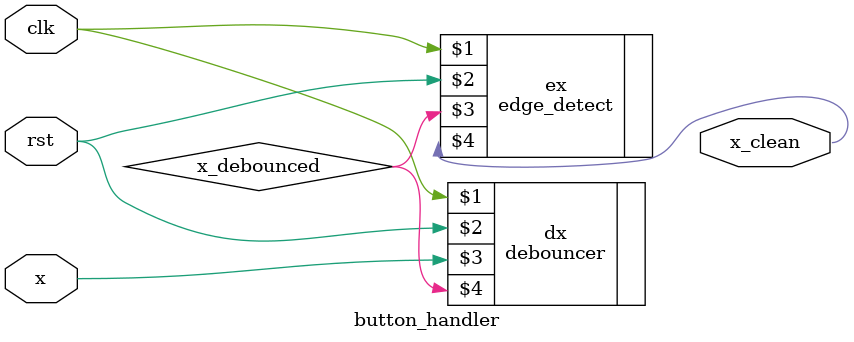
<source format=v>
`timescale 1ns / 1ps

module button_handler(clk, rst, x, x_clean);
	input clk, rst, x;
	output x_clean;
	
	wire x_debounced;
	
	debouncer dx(clk, rst, x, x_debounced);
	edge_detect ex(clk, rst, x_debounced, x_clean);

endmodule

</source>
